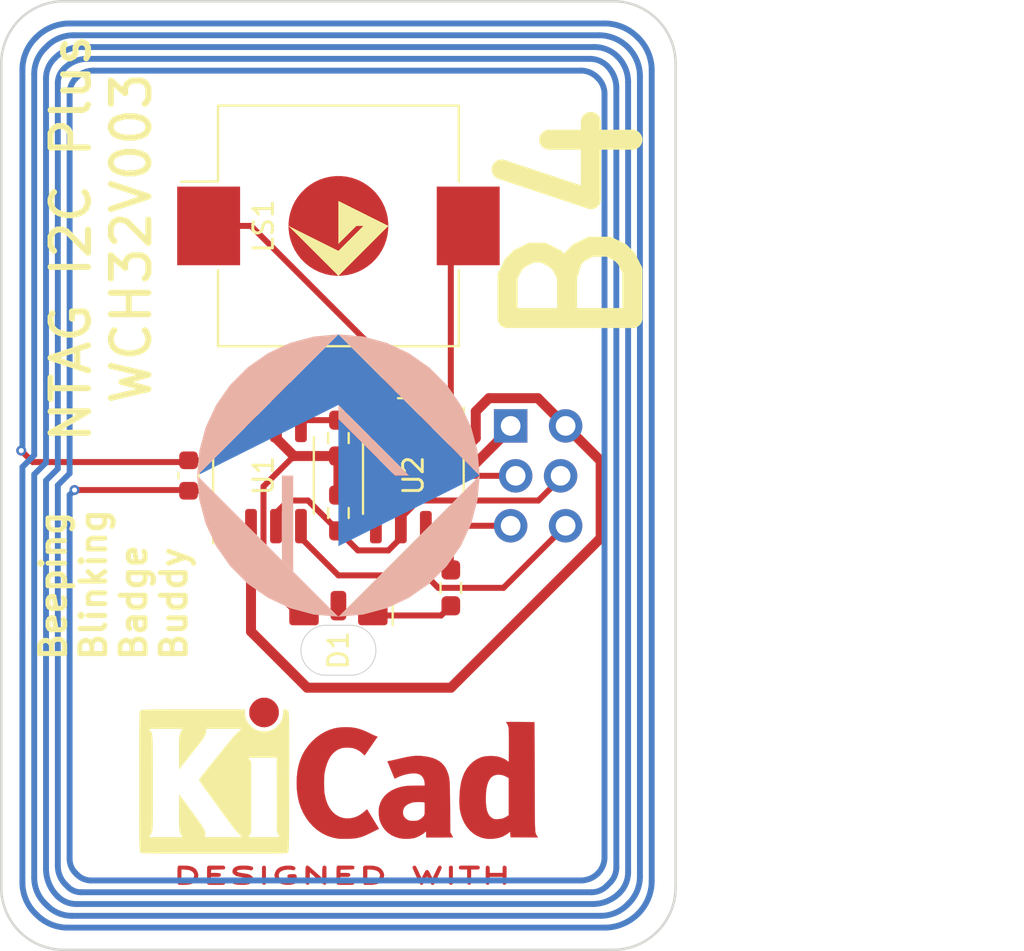
<source format=kicad_pcb>
(kicad_pcb (version 20240108) (generator "pcbnew") (generator_version "8.0")
  (layers (0 "F.Cu" signal) (31 "B.Cu" signal) (34 "B.Paste" user) (35 "F.Paste" user) (36 "B.SilkS" user "B.Silkscreen") (37 "F.SilkS" user "F.Silkscreen") (38 "B.Mask" user) (39 "F.Mask" user) (44 "Edge.Cuts" user))
  (net 0 "")
  (net 1 "GND")
  (net 2 "/SCL")
  (net 3 "/SDA")
  (net 4 "/ANT")
  (net 5 "VDD")
  (net 7 "/SWIO")
  (net 8 "/PZ+")
  (net 9 "/PZ-")
  (net 10 "/FD")
  (net 11 "Net-(D1-K)")
  (footprint "Capacitor_SMD:C_0603_1608Metric_Pad1.08x0.95mm_HandSolder" (layer "F.Cu") (at 162.56 97.155)
    (property "Reference" "C1" (hide yes))
    (property "Value" "1uF")
  )
  (footprint "Capacitor_SMD:C_0603_1608Metric" (layer "F.Cu") (at 151.765 101.6 -90)
    (property "Reference" "C2" (hide yes))
    (property "Value" "DNP")
  )
  (footprint "footprint:gs_logo_200mil" (layer "F.Cu") (at 159.385 88.9 90)
    (property "Reference" "GS1" (hide yes))
    (property "Value" "GS_logo")
  )
  (footprint "Resistor_SMD:R_0603_1608Metric_Pad0.98x0.95mm_HandSolder" (layer "F.Cu") (at 165.1 107.315 90)
    (property "Reference" "R1" (hide yes))
    (property "Value" "3.3k")
  )
  (footprint "custom:KiCad-Logo_8mm" (layer "F.Cu") (at 159.385 116.84)
    (property "Reference" "REF**" (hide yes))
    (property "Value" "KiCad-Logo_8mm" (hide yes))
  )
  (footprint "custom:Buzzer_Murata_PKLCS1212E_handy" (layer "F.Cu") (at 159.385 88.9)
    (property "Reference" "LS1")
    (property "Value" "Speaker_Crystal")
  )
  (footprint "Package_SO:SOP-8_3.9x4.9mm_P1.27mm" (layer "F.Cu") (at 163.195 101.6 -90)
    (property "Reference" "U2")
    (property "Value" "CH32V003F4P6")
  )
  (footprint "custom:PinHeader_2x03_P2.54mm_Staggered" (layer "F.Cu") (at 168.27 99.075)
    (property "Reference" "J1" (hide yes))
    (property "Value" "Conn_02x03_Odd_Even")
  )
  (footprint "Resistor_SMD:R_0603_1608Metric_Pad0.98x0.95mm_HandSolder" (layer "F.Cu") (at 159.385 103.505 -90)
    (property "Reference" "R4" (hide yes))
    (property "Value" "10k")
  )
  (footprint "Package_SO:SO-8_3.9x4.9mm_P1.27mm" (layer "F.Cu") (at 155.575 101.6 90)
    (property "Reference" "U1")
    (property "Value" "NT3H2211")
  )
  (footprint "Resistor_SMD:R_0603_1608Metric_Pad0.98x0.95mm_HandSolder" (layer "F.Cu") (at 159.385 99.695 -90)
    (property "Reference" "R5" (hide yes))
    (property "Value" "10k")
  )
  (footprint "custom:LED_Right_Angle_3x2x1mm" (layer "F.Cu") (at 159.385 109.22 180)
    (property "Reference" "D1")
    (property "Value" "Green")
  )
  (gr_poly (pts (xy 159.385 105.192) (xy 159.385 98.726) (xy 162.259 101.6) (xy 162.977 101.6) (xy 159.385 98.008) (xy 152.201 101.6) (xy 159.385 94.416) (xy 166.569 101.6)) (fill solid) (layer "B.Cu"))
  (gr_poly (pts (xy 158.13751 108.67486) (xy 156.92793 108.35075) (xy 155.793 107.82153) (xy 154.76721 107.10326) (xy 153.88174 106.21779) (xy 153.16347 105.192) (xy 152.63425 104.05707) (xy 152.31014 102.84749) (xy 152.201 101.6) (xy 159.385 108.784)) (fill solid) (layer "B.SilkS"))
  (gr_poly (pts (xy 166.45986 102.84749) (xy 166.13575 104.05707) (xy 165.60653 105.192) (xy 164.88826 106.21779) (xy 164.00279 107.10326) (xy 162.977 107.82153) (xy 161.84207 108.35075) (xy 160.63249 108.67486) (xy 159.385 108.784) (xy 166.569 101.6)) (fill solid) (layer "B.SilkS"))
  (gr_poly (pts (xy 159.385 94.416) (xy 160.63249 94.52514) (xy 161.84207 94.84925) (xy 162.977 95.37847) (xy 164.00279 96.09674) (xy 164.88826 96.98221) (xy 165.60653 98.008) (xy 166.13575 99.14293) (xy 166.45986 100.35251) (xy 166.569 101.6)) (fill solid) (layer "B.SilkS"))
  (gr_poly (pts (xy 152.201 101.6) (xy 152.31014 100.35251) (xy 152.63425 99.14293) (xy 153.16347 98.008) (xy 153.88174 96.98221) (xy 154.76721 96.09674) (xy 155.793 95.37847) (xy 156.92793 94.84925) (xy 158.13751 94.52514) (xy 159.385 94.416)) (fill solid) (layer "B.SilkS"))
  (gr_poly (pts (xy 156.511 105.911) (xy 156.511 101.6) (xy 157.086 101.6) (xy 157.086 106.485)) (fill solid) (layer "B.SilkS"))
  (gr_poly (pts (xy 162.259 101.6) (xy 159.385 98.726) (xy 159.385 98.008) (xy 162.977 101.6)) (fill solid) (layer "B.SilkS"))
  (gr_arc (start 142.24 80.645) (mid 143.169936 78.399936) (end 145.415 77.47) (stroke (width 0.127)) (layer "Edge.Cuts"))
  (gr_arc (start 145.415 125.73) (mid 143.169936 124.800064) (end 142.24 122.555) (stroke (width 0.127)) (layer "Edge.Cuts"))
  (gr_arc (start 173.355 77.47) (mid 175.600064 78.399936) (end 176.53 80.645) (stroke (width 0.127)) (layer "Edge.Cuts"))
  (gr_line (start 176.53 80.645) (end 176.53 122.555) (stroke (width 0.127)) (layer "Edge.Cuts"))
  (gr_arc (start 176.53 122.555) (mid 175.600064 124.800064) (end 173.355 125.73) (stroke (width 0.127)) (layer "Edge.Cuts"))
  (gr_line (start 160.02 109.22) (end 158.75 109.22) (stroke (width 0.05)) (layer "Edge.Cuts"))
  (gr_arc (start 158.75 111.76) (mid 157.48 110.49) (end 158.75 109.22) (stroke (width 0.05)) (layer "Edge.Cuts"))
  (gr_line (start 158.75 111.76) (end 160.02 111.76) (stroke (width 0.05)) (layer "Edge.Cuts"))
  (gr_line (start 145.415 77.47) (end 173.355 77.47) (stroke (width 0.127)) (layer "Edge.Cuts"))
  (gr_line (start 142.24 122.555) (end 142.24 80.645) (stroke (width 0.127)) (layer "Edge.Cuts"))
  (gr_arc (start 160.02 109.22) (mid 161.29 110.49) (end 160.02 111.76) (stroke (width 0.05)) (layer "Edge.Cuts"))
  (gr_line (start 173.355 125.73) (end 145.415 125.73) (stroke (width 0.127)) (layer "Edge.Cuts"))
  (gr_text "Beeping\nBlinking\nBadge\nBuddy\n" (at 147.955 111.125 90) (layer "F.SilkS") (effects (font (size 1.27 1.27) (thickness 0.254) (bold yes)) (justify left)))
  (gr_text "B4" (at 171.45 88.9 90) (layer "F.SilkS") (effects (font (size 6.35 6.35) (thickness 1.016))))
  (gr_text "NTAG I2C Plus\nWCH32V003" (at 147.32 89.535 90) (layer "F.SilkS") (effects (font (size 1.905 1.905) (thickness 0.3048))))
  (segment (start 172.72 100.858) (end 172.72 104.779409) (width 0.508) (layer "F.Cu") (net 1))
  (segment (start 165.7604 100.3046) (end 166.37 99.695) (width 0.508) (layer "F.Cu") (net 1))
  (segment (start 172.72 104.779409) (end 165.104409 112.395) (width 0.508) (layer "F.Cu") (net 1))
  (segment (start 157.7975 112.395) (end 154.94 109.5375) (width 0.508) (layer "F.Cu") (net 1))
  (segment (start 163.83 97.5625) (end 163.4225 97.155) (width 0.508) (layer "F.Cu") (net 1))
  (segment (start 154.94 109.5375) (end 154.94 104.175) (width 0.508) (layer "F.Cu") (net 1))
  (segment (start 167.0422 97.663) (end 169.525 97.663) (width 0.508) (layer "F.Cu") (net 1))
  (segment (start 169.525 97.663) (end 170.937 99.075) (width 0.508) (layer "F.Cu") (net 1))
  (segment (start 166.37 98.3352) (end 167.0422 97.663) (width 0.508) (layer "F.Cu") (net 1))
  (segment (start 166.37 99.695) (end 166.37 98.3352) (width 0.508) (layer "F.Cu") (net 1))
  (segment (start 163.83 98.975) (end 163.83 99.5426) (width 0.508) (layer "F.Cu") (net 1))
  (segment (start 164.592 100.3046) (end 165.7604 100.3046) (width 0.508) (layer "F.Cu") (net 1))
  (segment (start 165.104409 112.395) (end 157.7975 112.395) (width 0.508) (layer "F.Cu") (net 1))
  (segment (start 163.83 99.5426) (end 164.592 100.3046) (width 0.508) (layer "F.Cu") (net 1))
  (segment (start 163.83 98.975) (end 163.83 97.5625) (width 0.508) (layer "F.Cu") (net 1))
  (segment (start 170.937 99.075) (end 172.72 100.858) (width 0.508) (layer "F.Cu") (net 1))
  (segment (start 162.56 103.759) (end 163.449 102.87) (width 0.3048) (layer "F.Cu") (net 2))
  (segment (start 162.56 104.225) (end 162.56 104.775) (width 0.3048) (layer "F.Cu") (net 2))
  (segment (start 160.3775 105.41) (end 159.385 104.4175) (width 0.3048) (layer "F.Cu") (net 2))
  (segment (start 156.845 102.87) (end 157.8375 102.87) (width 0.3048) (layer "F.Cu") (net 2))
  (segment (start 157.8375 102.87) (end 159.385 104.4175) (width 0.3048) (layer "F.Cu") (net 2))
  (segment (start 156.21 103.505) (end 156.845 102.87) (width 0.3048) (layer "F.Cu") (net 2))
  (segment (start 162.56 104.225) (end 162.56 103.759) (width 0.3048) (layer "F.Cu") (net 2))
  (segment (start 169.555 102.87) (end 170.81 101.615) (width 0.3048) (layer "F.Cu") (net 2))
  (segment (start 163.449 102.87) (end 169.555 102.87) (width 0.3048) (layer "F.Cu") (net 2))
  (segment (start 156.21 104.175) (end 156.21 103.505) (width 0.3048) (layer "F.Cu") (net 2))
  (segment (start 162.56 104.775) (end 161.925 105.41) (width 0.3048) (layer "F.Cu") (net 2))
  (segment (start 161.925 105.41) (end 160.3775 105.41) (width 0.3048) (layer "F.Cu") (net 2))
  (segment (start 159.512 98.933) (end 161.29 100.711) (width 0.3048) (layer "F.Cu") (net 3))
  (segment (start 161.29 100.711) (end 161.29 101.6) (width 0.3048) (layer "F.Cu") (net 3))
  (segment (start 168.27 101.615) (end 161.305 101.615) (width 0.3048) (layer "F.Cu") (net 3))
  (segment (start 161.305 101.615) (end 161.29 101.6) (width 0.3048) (layer "F.Cu") (net 3))
  (segment (start 157.7225 98.7825) (end 157.48 99.025) (width 0.3048) (layer "F.Cu") (net 3))
  (segment (start 161.29 102.235) (end 161.29 101.6) (width 0.3048) (layer "F.Cu") (net 3))
  (segment (start 161.29 104.225) (end 161.29 102.87) (width 0.3048) (layer "F.Cu") (net 3))
  (segment (start 159.385 98.7825) (end 159.385 98.933) (width 0.3048) (layer "F.Cu") (net 3))
  (segment (start 159.385 98.7825) (end 157.7225 98.7825) (width 0.3048) (layer "F.Cu") (net 3))
  (segment (start 161.29 102.87) (end 161.29 102.235) (width 0.3048) (layer "F.Cu") (net 3))
  (segment (start 143.256 100.33) (end 143.8402 100.9142) (width 0.3048) (layer "F.Cu") (net 4))
  (segment (start 153.67 99.025) (end 153.67 99.695) (width 0.3048) (layer "F.Cu") (net 4))
  (segment (start 153.67 104.175) (end 153.67 103.505) (width 0.3048) (layer "F.Cu") (net 4))
  (segment (start 153.67 103.505) (end 152.54 102.375) (width 0.3048) (layer "F.Cu") (net 4))
  (segment (start 152.54 100.825) (end 151.765 100.825) (width 0.3048) (layer "F.Cu") (net 4))
  (segment (start 143.8402 100.9142) (end 151.8028 100.9142) (width 0.3048) (layer "F.Cu") (net 4))
  (segment (start 145.9655 102.3366) (end 151.8536 102.3366) (width 0.3) (layer "F.Cu") (net 4))
  (segment (start 151.6758 100.9142) (end 151.765 100.825) (width 0.3048) (layer "F.Cu") (net 4))
  (segment (start 153.67 99.695) (end 152.54 100.825) (width 0.3048) (layer "F.Cu") (net 4))
  (segment (start 152.54 102.375) (end 151.765 102.375) (width 0.3048) (layer "F.Cu") (net 4))
  (segment (start 151.7266 102.3366) (end 151.765 102.375) (width 0.3) (layer "F.Cu") (net 4))
  (via (at 145.9655 102.3366) (size 0.508) (drill 0.254) (layers "F.Cu" "B.Cu") (net 4))
  (via (at 143.256 100.33) (size 0.508) (drill 0.254) (layers "F.Cu" "B.Cu") (net 4))
  (segment (start 145.7163 101.4936) (end 145.7163 82.15505) (width 0.3) (layer "B.Cu") (net 4))
  (segment (start 143.3163 109.6) (end 143.3163 101.1668) (width 0.3) (layer "B.Cu") (net 4))
  (segment (start 145.9655 102.3366) (end 145.7163 102.5858) (width 0.3) (layer "B.Cu") (net 4))
  (segment (start 143.9163 122.052) (end 143.9163 101.6) (width 0.3) (layer "B.Cu") (net 4))
  (segment (start 172.2583 122.8) (end 146.289661 122.8) (width 0.3) (layer "B.Cu") (net 4))
  (segment (start 145.095102 122.997352) (end 145.10325 123.0055) (width 0.3) (layer "B.Cu") (net 4))
  (segment (start 174.15122 123.36421) (end 174.0805 123.43493) (width 0.3) (layer "B.Cu") (net 4))
  (segment (start 143.256 100.2963) (end 143.3163 100.236) (width 0.3048) (layer "B.Cu") (net 4))
  (segment (start 144.45738 79.86879) (end 144.567463 79.758706) (width 0.3) (layer "B.Cu") (net 4))
  (segment (start 144.5163 100.941) (end 144.5163 81.399055) (width 0.3) (layer "B.Cu") (net 4))
  (segment (start 145.41064 80.92246) (end 145.450004 80.883095) (width 0.3) (layer "B.Cu") (net 4))
  (segment (start 172.538989 81.340769) (end 172.58669 81.38847) (width 0.3) (layer "B.Cu") (net 4))
  (segment (start 144.5163 121.6) (end 144.5163 101.8554) (width 0.3) (layer "B.Cu") (net 4))
  (segment (start 146.6163 80.4) (end 172.170832 80.4) (width 0.3) (layer "B.Cu") (net 4))
  (segment (start 172.916294 124.6) (end 145.611655 124.6) (width 0.3) (layer "B.Cu") (net 4))
  (segment (start 144.9318 80.39595) (end 144.970161 80.357589) (width 0.3) (layer "B.Cu") (net 4))
  (segment (start 145.513128 122.410029) (end 145.62976 122.52666) (width 0.3) (layer "B.Cu") (net 4))
  (segment (start 146.3163 79.8) (end 172.404836 79.8) (width 0.3) (layer "B.Cu") (net 4))
  (segment (start 175.3163 80.984236) (end 175.3163 122.220005) (width 0.3) (layer "B.Cu") (net 4))
  (segment (start 145.7163 78.6) (end 172.9163 78.6) (width 0.3) (layer "B.Cu") (net 4))
  (segment (start 172.7163 124) (end 145.831674 124) (width 0.3) (layer "B.Cu") (net 4))
  (segment (start 145.9163 79.2) (end 172.628819 79.2) (width 0.3) (layer "B.Cu") (net 4))
  (segment (start 143.9163 100.5668) (end 143.9163 81.175072) (width 0.3) (layer "B.Cu") (net 4))
  (segment (start 143.256 100.33) (end 143.256 100.2963) (width 0.3048) (layer "B.Cu") (net 4))
  (segment (start 143.3163 122.3) (end 143.3163 109.56) (width 0.3) (layer "B.Cu") (net 4))
  (segment (start 174.587507 79.292236) (end 174.63521 79.33994) (width 0.3) (layer "B.Cu") (net 4))
  (segment (start 172.9163 82.184218) (end 172.9163 121.020009) (width 0.3) (layer "B.Cu") (net 4))
  (segment (start 144.5163 101.8554) (end 145.1163 101.2554) (width 0.3) (layer "B.Cu") (net 4))
  (segment (start 173.19796 122.31054) (end 173.02684 122.481661) (width 0.3) (layer "B.Cu") (net 4))
  (segment (start 145.1163 102.0936) (end 145.7163 101.4936) (width 0.3) (layer "B.Cu") (net 4))
  (segment (start 146.03377 81.38861) (end 146.073126 81.349254) (width 0.3) (layer "B.Cu") (net 4))
  (segment (start 143.3163 100.236) (end 143.3163 80.955054) (width 0.3) (layer "B.Cu") (net 4))
  (segment (start 145.1163 121.452) (end 145.1163 102.0936) (width 0.3) (layer "B.Cu") (net 4))
  (segment (start 146.016057 121.823676) (end 146.09591 121.90353) (width 0.3) (layer "B.Cu") (net 4))
  (segment (start 143.98524 79.34009) (end 144.024609 79.300722) (width 0.3) (layer "B.Cu") (net 4))
  (segment (start 143.967524 123.872194) (end 144.04739 123.95206) (width 0.3) (layer "B.Cu") (net 4))
  (segment (start 143.3163 101.1668) (end 143.9163 100.5668) (width 0.3) (layer "B.Cu") (net 4))
  (segment (start 145.1163 101.2554) (end 145.1163 81.633059) (width 0.3) (layer "B.Cu") (net 4))
  (segment (start 172.317719 123.4) (end 146.055657 123.4) (width 0.3) (layer "B.Cu") (net 4))
  (segment (start 174.1163 81.582811) (end 174.1163 121.776004) (width 0.3) (layer "B.Cu") (net 4))
  (segment (start 146.9163 81) (end 171.7163 81) (width 0.3) (layer "B.Cu") (net 4))
  (segment (start 145.7163 102.5858) (end 145.7163 121.1) (width 0.3) (layer "B.Cu") (net 4))
  (segment (start 174.7163 81.284243) (end 174.7163 121.999987) (width 0.3) (layer "B.Cu") (net 4))
  (segment (start 144.45945 123.36328) (end 144.57609 123.47992) (width 0.3) (layer "B.Cu") (net 4))
  (segment (start 173.5163 81.884231) (end 173.5163 121.542) (width 0.3) (layer "B.Cu") (net 4))
  (segment (start 171.716312 122.2) (end 146.811651 122.2) (width 0.3) (layer "B.Cu") (net 4))
  (segment (start 143.9163 101.541) (end 144.5163 100.941) (width 0.3) (layer "B.Cu") (net 4))
  (arc (start 146.073126 81.349254) (mid 146.459978 81.090768) (end 146.9163 81) (width 0.3) (layer "B.Cu") (net 4))
  (arc (start 172.58669 81.38847) (mid 172.830638 81.753562) (end 172.9163 82.184218) (width 0.3) (layer "B.Cu") (net 4))
  (arc (start 145.450004 80.883095) (mid 145.985105 80.525552) (end 146.6163 80.4) (width 0.3) (layer "B.Cu") (net 4))
  (arc (start 144.5163 121.6) (mid 144.666726 122.356241) (end 145.095102 122.997352) (width 0.3) (layer "B.Cu") (net 4))
  (arc (start 146.811651 122.2) (mid 146.424295 122.12295) (end 146.09591 121.90353) (width 0.3) (layer "B.Cu") (net 4))
  (arc (start 173.02684 122.481661) (mid 172.674231 122.717266) (end 172.2583 122.8) (width 0.3) (layer "B.Cu") (net 4))
  (arc (start 146.289661 122.8) (mid 145.932526 122.728961) (end 145.62976 122.52666) (width 0.3) (layer "B.Cu") (net 4))
  (arc (start 174.0805 123.43493) (mid 173.4546 123.853143) (end 172.7163 124) (width 0.3) (layer "B.Cu") (net 4))
  (arc (start 143.9163 122.052) (mid 144.05746 122.76166) (end 144.45945 123.36328) (width 0.3) (layer "B.Cu") (net 4))
  (arc (start 172.9163 78.6) (mid 173.82075 78.779906) (end 174.587507 79.292236) (width 0.3) (layer "B.Cu") (net 4))
  (arc (start 145.7163 121.1) (mid 145.794204 121.491651) (end 146.016057 121.823676) (width 0.3) (layer "B.Cu") (net 4))
  (arc (start 172.404836 79.8) (mid 173.040478 79.926437) (end 173.57935 80.2865) (width 0.3) (layer "B.Cu") (net 4))
  (arc (start 173.57935 80.2865) (mid 173.976751 80.881252) (end 174.1163 81.582811) (width 0.3) (layer "B.Cu") (net 4))
  (arc (start 172.57483 121.84439) (mid 172.180938 122.10758) (end 171.716312 122.2) (width 0.3) (layer "B.Cu") (net 4))
  (arc (start 145.1163 81.633059) (mid 145.192796 81.248486) (end 145.41064 80.92246) (width 0.3) (layer "B.Cu") (net 4))
  (arc (start 173.6768 122.83705) (mid 173.053248 123.253695) (end 172.317719 123.4) (width 0.3) (layer "B.Cu") (net 4))
  (arc (start 172.9163 121.020009) (mid 172.827555 121.46616) (end 172.57483 121.84439) (width 0.3) (layer "B.Cu") (net 4))
  (arc (start 143.3163 122.3) (mid 143.485548 123.150865) (end 143.967524 123.872194) (width 0.3) (layer "B.Cu") (net 4))
  (arc (start 144.567463 79.758706) (mid 145.186315 79.345203) (end 145.9163 79.2) (width 0.3) (layer "B.Cu") (net 4))
  (arc (start 143.3163 80.955054) (mid 143.490152 80.081042) (end 143.98524 79.34009) (width 0.3) (layer "B.Cu") (net 4))
  (arc (start 146.055657 123.4) (mid 145.540219 123.297473) (end 145.10325 123.0055) (width 0.3) (layer "B.Cu") (net 4))
  (arc (start 174.10651 79.81208) (mid 174.557821 80.487515) (end 174.7163 81.284243) (width 0.3) (layer "B.Cu") (net 4))
  (arc (start 145.611655 124.6) (mid 144.765081 124.431606) (end 144.04739 123.95206) (width 0.3) (layer "B.Cu") (net 4))
  (arc (start 174.62336 123.89291) (mid 173.840152 124.416233) (end 172.916294 124.6) (width 0.3) (layer "B.Cu") (net 4))
  (arc (start 174.63521 79.33994) (mid 175.139291 80.09435) (end 175.3163 80.984236) (width 0.3) (layer "B.Cu") (net 4))
  (arc (start 175.3163 122.220005) (mid 175.136211 123.125374) (end 174.62336 123.89291) (width 0.3) (layer "B.Cu") (net 4))
  (arc (start 145.1163 121.452) (mid 145.219432 121.970481) (end 145.513128 122.410029) (width 0.3) (layer "B.Cu") (net 4))
  (arc (start 173.5163 121.542) (mid 173.433566 121.957931) (end 173.19796 122.31054) (width 0.3) (layer "B.Cu") (net 4))
  (arc (start 173.05284 80.76534) (mid 173.395851 81.278692) (end 173.5163 81.884231) (width 0.3) (layer "B.Cu") (net 4))
  (arc (start 143.9163 81.175072) (mid 144.056922 80.468118) (end 144.45738 79.86879) (width 0.3) (layer "B.Cu") (net 4))
  (arc (start 144.5163 81.399055) (mid 144.624285 80.856179) (end 144.9318 80.39595) (width 0.3) (layer "B.Cu") (net 4))
  (arc (start 174.7163 121.999987) (mid 174.569441 122.738299) (end 174.15122 123.36421) (width 0.3) (layer "B.Cu") (net 4))
  (arc (start 144.970161 80.357589) (mid 145.587775 79.944913) (end 146.3163 79.8) (width 0.3) (layer "B.Cu") (net 4))
  (arc (start 144.024609 79.300722) (mid 144.800763 78.782112) (end 145.7163 78.6) (width 0.3) (layer "B.Cu") (net 4))
  (arc (start 145.7163 82.15505) (mid 145.798808 81.740256) (end 146.03377 81.38861) (width 0.3) (layer "B.Cu") (net 4))
  (arc (start 171.7163 81) (mid 172.161536 81.088563) (end 172.538989 81.340769) (width 0.3) (layer "B.Cu") (net 4))
  (arc (start 172.170832 80.4) (mid 172.648171 80.494949) (end 173.05284 80.76534) (width 0.3) (layer "B.Cu") (net 4))
  (arc (start 172.628819 79.2) (mid 173.428539 79.359075) (end 174.10651 79.81208) (width 0.3) (layer "B.Cu") (net 4))
  (arc (start 145.831674 124) (mid 145.152157 123.864836) (end 144.57609 123.47992) (width 0.3) (layer "B.Cu") (net 4))
  (arc (start 174.1163 121.776004) (mid 174.002078 122.350238) (end 173.6768 122.83705) (width 0.3) (layer "B.Cu") (net 4))
  (segment (start 157.1225 100.6075) (end 155.575 102.155) (width 0.3048) (layer "F.Cu") (net 5))
  (segment (start 154.94 97.79) (end 155.575 97.155) (width 0.508) (layer "F.Cu") (net 5))
  (segment (start 166.38 100.965) (end 168.27 99.075) (width 0.508) (layer "F.Cu") (net 5))
  (segment (start 157.39775 108.72) (end 157.635 108.72) (width 0.3048) (layer "F.Cu") (net 5))
  (segment (start 161.29 98.975) (end 161.29 97.5625) (width 0.508) (layer "F.Cu") (net 5))
  (segment (start 159.385 100.57) (end 159.385 102.5925) (width 0.508) (layer "F.Cu") (net 5))
  (segment (start 156.21 99.025) (end 156.21 97.155) (width 0.508) (layer "F.Cu") (net 5))
  (segment (start 162.814 100.965) (end 166.38 100.965) (width 0.508) (layer "F.Cu") (net 5))
  (segment (start 159.512 97.155) (end 161.417 97.155) (width 0.508) (layer "F.Cu") (net 5))
  (segment (start 159.385 97.155) (end 161.6975 97.155) (width 0.508) (layer "F.Cu") (net 5))
  (segment (start 156.21 99.025) (end 156.21 99.695) (width 0.508) (layer "F.Cu") (net 5))
  (segment (start 161.29 99.441) (end 162.814 100.965) (width 0.508) (layer "F.Cu") (net 5))
  (segment (start 157.1225 100.6075) (end 159.385 100.6075) (width 0.508) (layer "F.Cu") (net 5))
  (segment (start 155.575 106.89725) (end 157.39775 108.72) (width 0.3048) (layer "F.Cu") (net 5))
  (segment (start 155.575 102.155) (end 155.575 106.89725) (width 0.3048) (layer "F.Cu") (net 5))
  (segment (start 154.94 99.025) (end 154.94 97.79) (width 0.508) (layer "F.Cu") (net 5))
  (segment (start 161.29 97.5625) (end 161.6975 97.155) (width 0.508) (layer "F.Cu") (net 5))
  (segment (start 156.21 99.695) (end 157.1225 100.6075) (width 0.508) (layer "F.Cu") (net 5))
  (segment (start 161.29 98.975) (end 161.29 99.441) (width 0.508) (layer "F.Cu") (net 5))
  (segment (start 156.21 97.155) (end 159.385 97.155) (width 0.508) (layer "F.Cu") (net 5))
  (segment (start 155.575 97.155) (end 156.21 97.155) (width 0.508) (layer "F.Cu") (net 5))
  (segment (start 168.143 104.155) (end 165.17 104.155) (width 0.3048) (layer "F.Cu") (net 7))
  (segment (start 165.1 104.225) (end 165.1 106.4025) (width 0.3048) (layer "F.Cu") (net 7))
  (segment (start 165.17 104.155) (end 165.1 104.225) (width 0.3048) (layer "F.Cu") (net 7))
  (segment (start 165.1 89.785) (end 165.985 88.9) (width 0.3048) (layer "F.Cu") (net 8))
  (segment (start 165.1 98.975) (end 165.1 89.785) (width 0.3048) (layer "F.Cu") (net 8))
  (segment (start 154.94 88.9) (end 152.785 88.9) (width 0.3048) (layer "F.Cu") (net 9))
  (segment (start 162.56 96.52) (end 154.94 88.9) (width 0.3048) (layer "F.Cu") (net 9))
  (segment (start 162.56 98.975) (end 162.56 96.52) (width 0.3048) (layer "F.Cu") (net 9))
  (segment (start 157.48 104.175) (end 157.48 104.775) (width 0.3048) (layer "F.Cu") (net 10))
  (segment (start 167.777 107.315) (end 164.465 107.315) (width 0.3048) (layer "F.Cu") (net 10))
  (segment (start 170.937 104.155) (end 167.777 107.315) (width 0.3048) (layer "F.Cu") (net 10))
  (segment (start 164.465 107.315) (end 163.83 106.68) (width 0.3048) (layer "F.Cu") (net 10))
  (segment (start 157.48 104.775) (end 159.385 106.68) (width 0.3048) (layer "F.Cu") (net 10))
  (segment (start 163.83 104.775) (end 163.83 104.225) (width 0.3048) (layer "F.Cu") (net 10))
  (segment (start 163.83 106.68) (end 163.83 104.225) (width 0.3048) (layer "F.Cu") (net 10))
  (segment (start 159.385 106.68) (end 163.83 106.68) (width 0.3048) (layer "F.Cu") (net 10))
  (segment (start 161.135 108.72) (end 164.6075 108.72) (width 0.3048) (layer "F.Cu") (net 11))
  (segment (start 164.6075 108.72) (end 165.1 108.2275) (width 0.3048) (layer "F.Cu") (net 11))
)
</source>
